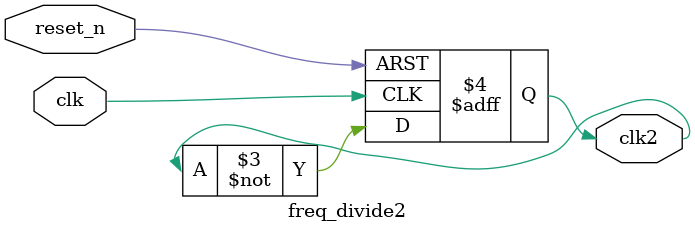
<source format=v>
module freq_divide2 (
	input clk, reset_n,
	output reg clk2
);

always@(posedge clk or negedge reset_n) begin
	if (!reset_n) clk2 <= 0;
	else clk2 <= ~clk2;
end

endmodule
</source>
